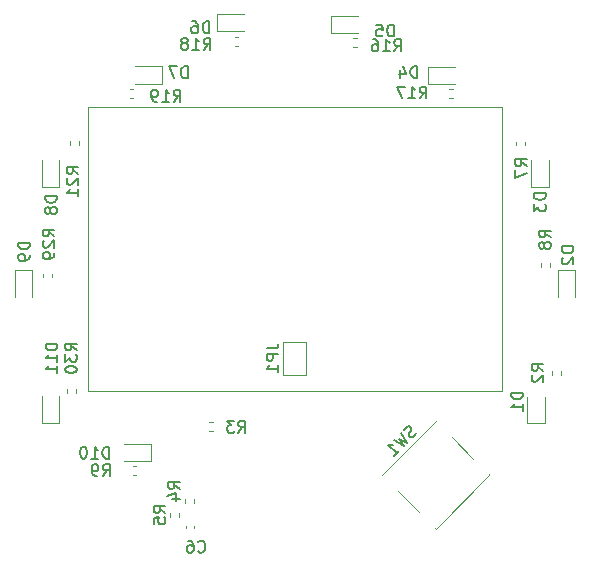
<source format=gbr>
%TF.GenerationSoftware,KiCad,Pcbnew,(5.1.10)-1*%
%TF.CreationDate,2021-10-31T13:05:10-04:00*%
%TF.ProjectId,CAN_Gauge,43414e5f-4761-4756-9765-2e6b69636164,rev?*%
%TF.SameCoordinates,Original*%
%TF.FileFunction,Legend,Bot*%
%TF.FilePolarity,Positive*%
%FSLAX46Y46*%
G04 Gerber Fmt 4.6, Leading zero omitted, Abs format (unit mm)*
G04 Created by KiCad (PCBNEW (5.1.10)-1) date 2021-10-31 13:05:10*
%MOMM*%
%LPD*%
G01*
G04 APERTURE LIST*
%ADD10C,0.120000*%
%ADD11C,0.150000*%
G04 APERTURE END LIST*
D10*
%TO.C,SW1*%
X140623290Y-110441600D02*
X140644503Y-110462813D01*
X145191200Y-115009510D02*
X145169987Y-114988297D01*
X149759110Y-110441600D02*
X149737897Y-110420387D01*
X145212413Y-105894903D02*
X145191200Y-105873690D01*
X141988006Y-111806316D02*
X143826484Y-113644794D01*
X145191200Y-105873690D02*
X140623290Y-110441600D01*
X146555916Y-107238406D02*
X148394394Y-109076884D01*
X149759110Y-110441600D02*
X145191200Y-115009510D01*
%TO.C,U4*%
X115804000Y-103323000D02*
X150804000Y-103323000D01*
X115804000Y-79323000D02*
X150804000Y-79323000D01*
X115804000Y-79323000D02*
X115804000Y-103323000D01*
X150804000Y-79323000D02*
X150804000Y-103323000D01*
%TO.C,JP1*%
X134240500Y-99176000D02*
X132240500Y-99176000D01*
X134240500Y-101976000D02*
X134240500Y-99176000D01*
X132240500Y-101976000D02*
X134240500Y-101976000D01*
X132240500Y-99176000D02*
X132240500Y-101976000D01*
%TO.C,R5*%
X122700500Y-113986141D02*
X122700500Y-113678859D01*
X123460500Y-113986141D02*
X123460500Y-113678859D01*
%TO.C,C6*%
X124774000Y-114776164D02*
X124774000Y-114991836D01*
X124054000Y-114776164D02*
X124054000Y-114991836D01*
%TO.C,R30*%
X114761000Y-103508641D02*
X114761000Y-103201359D01*
X114001000Y-103508641D02*
X114001000Y-103201359D01*
%TO.C,D11*%
X113314229Y-103766158D02*
X113314229Y-106051158D01*
X113314229Y-106051158D02*
X111844229Y-106051158D01*
X111844229Y-106051158D02*
X111844229Y-103766158D01*
%TO.C,R29*%
X112729000Y-93729641D02*
X112729000Y-93422359D01*
X111969000Y-93729641D02*
X111969000Y-93422359D01*
%TO.C,R21*%
X115040400Y-82502841D02*
X115040400Y-82195559D01*
X114280400Y-82502841D02*
X114280400Y-82195559D01*
%TO.C,D9*%
X109569000Y-95392000D02*
X109569000Y-93107000D01*
X109569000Y-93107000D02*
X111039000Y-93107000D01*
X111039000Y-93107000D02*
X111039000Y-95392000D01*
%TO.C,D8*%
X113314229Y-83817842D02*
X113314229Y-86102842D01*
X113314229Y-86102842D02*
X111844229Y-86102842D01*
X111844229Y-86102842D02*
X111844229Y-83817842D01*
%TO.C,D3*%
X154763771Y-83817842D02*
X154763771Y-86102842D01*
X154763771Y-86102842D02*
X153293771Y-86102842D01*
X153293771Y-86102842D02*
X153293771Y-83817842D01*
%TO.C,D1*%
X154422500Y-103825000D02*
X154422500Y-106110000D01*
X154422500Y-106110000D02*
X152952500Y-106110000D01*
X152952500Y-106110000D02*
X152952500Y-103825000D01*
%TO.C,D10*%
X118788000Y-107827000D02*
X121073000Y-107827000D01*
X121073000Y-107827000D02*
X121073000Y-109297000D01*
X121073000Y-109297000D02*
X118788000Y-109297000D01*
%TO.C,R19*%
X119307359Y-77829000D02*
X119614641Y-77829000D01*
X119307359Y-78589000D02*
X119614641Y-78589000D01*
%TO.C,D7*%
X122025500Y-77352030D02*
X119740500Y-77352030D01*
X122025500Y-75882030D02*
X122025500Y-77352030D01*
X119740500Y-75882030D02*
X122025500Y-75882030D01*
%TO.C,R18*%
X128506641Y-73384000D02*
X128199359Y-73384000D01*
X128506641Y-74144000D02*
X128199359Y-74144000D01*
%TO.C,R17*%
X146663641Y-78589000D02*
X146356359Y-78589000D01*
X146663641Y-77829000D02*
X146356359Y-77829000D01*
%TO.C,R16*%
X138537641Y-74271000D02*
X138230359Y-74271000D01*
X138537641Y-73511000D02*
X138230359Y-73511000D01*
%TO.C,D6*%
X128969248Y-72907493D02*
X126684248Y-72907493D01*
X126684248Y-72907493D02*
X126684248Y-71437493D01*
X126684248Y-71437493D02*
X128969248Y-71437493D01*
%TO.C,D4*%
X144582500Y-75886500D02*
X146867500Y-75886500D01*
X144582500Y-77356500D02*
X144582500Y-75886500D01*
X146867500Y-77356500D02*
X144582500Y-77356500D01*
%TO.C,D5*%
X136327500Y-71568500D02*
X138612500Y-71568500D01*
X136327500Y-73038500D02*
X136327500Y-71568500D01*
X138612500Y-73038500D02*
X136327500Y-73038500D01*
%TO.C,R4*%
X124730500Y-112537859D02*
X124730500Y-112845141D01*
X123970500Y-112537859D02*
X123970500Y-112845141D01*
%TO.C,R9*%
X119868641Y-109706000D02*
X119561359Y-109706000D01*
X119868641Y-110466000D02*
X119561359Y-110466000D01*
%TO.C,R8*%
X154893000Y-92840641D02*
X154893000Y-92533359D01*
X154133000Y-92840641D02*
X154133000Y-92533359D01*
%TO.C,R7*%
X152797500Y-82553641D02*
X152797500Y-82246359D01*
X152037500Y-82553641D02*
X152037500Y-82246359D01*
%TO.C,R3*%
X126345641Y-105997600D02*
X126038359Y-105997600D01*
X126345641Y-106757600D02*
X126038359Y-106757600D01*
%TO.C,R2*%
X155782000Y-101984641D02*
X155782000Y-101677359D01*
X155022000Y-101984641D02*
X155022000Y-101677359D01*
%TO.C,D2*%
X155569000Y-95392000D02*
X155569000Y-93107000D01*
X155569000Y-93107000D02*
X157039000Y-93107000D01*
X157039000Y-93107000D02*
X157039000Y-95392000D01*
%TO.C,SW1*%
D11*
X143556436Y-106921218D02*
X143489093Y-107055905D01*
X143320734Y-107224264D01*
X143219719Y-107257936D01*
X143152375Y-107257936D01*
X143051360Y-107224264D01*
X142984017Y-107156921D01*
X142950345Y-107055905D01*
X142950345Y-106988562D01*
X142984017Y-106887547D01*
X143085032Y-106719188D01*
X143118704Y-106618173D01*
X143118704Y-106550829D01*
X143085032Y-106449814D01*
X143017688Y-106382470D01*
X142916673Y-106348799D01*
X142849330Y-106348799D01*
X142748314Y-106382470D01*
X142579956Y-106550829D01*
X142512612Y-106685516D01*
X142243238Y-106887547D02*
X142781986Y-107763012D01*
X142142223Y-107392623D01*
X142512612Y-108032386D01*
X141637147Y-107493638D01*
X141704490Y-108840508D02*
X142108551Y-108436447D01*
X141906521Y-108638478D02*
X141199414Y-107931371D01*
X141367773Y-107965043D01*
X141502460Y-107965043D01*
X141603475Y-107931371D01*
%TO.C,JP1*%
X130892880Y-99742666D02*
X131607166Y-99742666D01*
X131750023Y-99695047D01*
X131845261Y-99599809D01*
X131892880Y-99456952D01*
X131892880Y-99361714D01*
X131892880Y-100218857D02*
X130892880Y-100218857D01*
X130892880Y-100599809D01*
X130940500Y-100695047D01*
X130988119Y-100742666D01*
X131083357Y-100790285D01*
X131226214Y-100790285D01*
X131321452Y-100742666D01*
X131369071Y-100695047D01*
X131416690Y-100599809D01*
X131416690Y-100218857D01*
X131892880Y-101742666D02*
X131892880Y-101171238D01*
X131892880Y-101456952D02*
X130892880Y-101456952D01*
X131035738Y-101361714D01*
X131130976Y-101266476D01*
X131178595Y-101171238D01*
%TO.C,R5*%
X122326380Y-113678533D02*
X121850190Y-113345200D01*
X122326380Y-113107104D02*
X121326380Y-113107104D01*
X121326380Y-113488057D01*
X121374000Y-113583295D01*
X121421619Y-113630914D01*
X121516857Y-113678533D01*
X121659714Y-113678533D01*
X121754952Y-113630914D01*
X121802571Y-113583295D01*
X121850190Y-113488057D01*
X121850190Y-113107104D01*
X121326380Y-114583295D02*
X121326380Y-114107104D01*
X121802571Y-114059485D01*
X121754952Y-114107104D01*
X121707333Y-114202342D01*
X121707333Y-114440438D01*
X121754952Y-114535676D01*
X121802571Y-114583295D01*
X121897809Y-114630914D01*
X122135904Y-114630914D01*
X122231142Y-114583295D01*
X122278761Y-114535676D01*
X122326380Y-114440438D01*
X122326380Y-114202342D01*
X122278761Y-114107104D01*
X122231142Y-114059485D01*
%TO.C,C6*%
X125088666Y-116945542D02*
X125136285Y-116993161D01*
X125279142Y-117040780D01*
X125374380Y-117040780D01*
X125517238Y-116993161D01*
X125612476Y-116897923D01*
X125660095Y-116802685D01*
X125707714Y-116612209D01*
X125707714Y-116469352D01*
X125660095Y-116278876D01*
X125612476Y-116183638D01*
X125517238Y-116088400D01*
X125374380Y-116040780D01*
X125279142Y-116040780D01*
X125136285Y-116088400D01*
X125088666Y-116136019D01*
X124231523Y-116040780D02*
X124422000Y-116040780D01*
X124517238Y-116088400D01*
X124564857Y-116136019D01*
X124660095Y-116278876D01*
X124707714Y-116469352D01*
X124707714Y-116850304D01*
X124660095Y-116945542D01*
X124612476Y-116993161D01*
X124517238Y-117040780D01*
X124326761Y-117040780D01*
X124231523Y-116993161D01*
X124183904Y-116945542D01*
X124136285Y-116850304D01*
X124136285Y-116612209D01*
X124183904Y-116516971D01*
X124231523Y-116469352D01*
X124326761Y-116421733D01*
X124517238Y-116421733D01*
X124612476Y-116469352D01*
X124660095Y-116516971D01*
X124707714Y-116612209D01*
%TO.C,R30*%
X114833380Y-99918142D02*
X114357190Y-99584809D01*
X114833380Y-99346714D02*
X113833380Y-99346714D01*
X113833380Y-99727666D01*
X113881000Y-99822904D01*
X113928619Y-99870523D01*
X114023857Y-99918142D01*
X114166714Y-99918142D01*
X114261952Y-99870523D01*
X114309571Y-99822904D01*
X114357190Y-99727666D01*
X114357190Y-99346714D01*
X113833380Y-100251476D02*
X113833380Y-100870523D01*
X114214333Y-100537190D01*
X114214333Y-100680047D01*
X114261952Y-100775285D01*
X114309571Y-100822904D01*
X114404809Y-100870523D01*
X114642904Y-100870523D01*
X114738142Y-100822904D01*
X114785761Y-100775285D01*
X114833380Y-100680047D01*
X114833380Y-100394333D01*
X114785761Y-100299095D01*
X114738142Y-100251476D01*
X113833380Y-101489571D02*
X113833380Y-101584809D01*
X113881000Y-101680047D01*
X113928619Y-101727666D01*
X114023857Y-101775285D01*
X114214333Y-101822904D01*
X114452428Y-101822904D01*
X114642904Y-101775285D01*
X114738142Y-101727666D01*
X114785761Y-101680047D01*
X114833380Y-101584809D01*
X114833380Y-101489571D01*
X114785761Y-101394333D01*
X114738142Y-101346714D01*
X114642904Y-101299095D01*
X114452428Y-101251476D01*
X114214333Y-101251476D01*
X114023857Y-101299095D01*
X113928619Y-101346714D01*
X113881000Y-101394333D01*
X113833380Y-101489571D01*
%TO.C,D11*%
X113182380Y-99346714D02*
X112182380Y-99346714D01*
X112182380Y-99584809D01*
X112230000Y-99727666D01*
X112325238Y-99822904D01*
X112420476Y-99870523D01*
X112610952Y-99918142D01*
X112753809Y-99918142D01*
X112944285Y-99870523D01*
X113039523Y-99822904D01*
X113134761Y-99727666D01*
X113182380Y-99584809D01*
X113182380Y-99346714D01*
X113182380Y-100870523D02*
X113182380Y-100299095D01*
X113182380Y-100584809D02*
X112182380Y-100584809D01*
X112325238Y-100489571D01*
X112420476Y-100394333D01*
X112468095Y-100299095D01*
X113182380Y-101822904D02*
X113182380Y-101251476D01*
X113182380Y-101537190D02*
X112182380Y-101537190D01*
X112325238Y-101441952D01*
X112420476Y-101346714D01*
X112468095Y-101251476D01*
%TO.C,R29*%
X112928380Y-90266142D02*
X112452190Y-89932809D01*
X112928380Y-89694714D02*
X111928380Y-89694714D01*
X111928380Y-90075666D01*
X111976000Y-90170904D01*
X112023619Y-90218523D01*
X112118857Y-90266142D01*
X112261714Y-90266142D01*
X112356952Y-90218523D01*
X112404571Y-90170904D01*
X112452190Y-90075666D01*
X112452190Y-89694714D01*
X112023619Y-90647095D02*
X111976000Y-90694714D01*
X111928380Y-90789952D01*
X111928380Y-91028047D01*
X111976000Y-91123285D01*
X112023619Y-91170904D01*
X112118857Y-91218523D01*
X112214095Y-91218523D01*
X112356952Y-91170904D01*
X112928380Y-90599476D01*
X112928380Y-91218523D01*
X112928380Y-91694714D02*
X112928380Y-91885190D01*
X112880761Y-91980428D01*
X112833142Y-92028047D01*
X112690285Y-92123285D01*
X112499809Y-92170904D01*
X112118857Y-92170904D01*
X112023619Y-92123285D01*
X111976000Y-92075666D01*
X111928380Y-91980428D01*
X111928380Y-91789952D01*
X111976000Y-91694714D01*
X112023619Y-91647095D01*
X112118857Y-91599476D01*
X112356952Y-91599476D01*
X112452190Y-91647095D01*
X112499809Y-91694714D01*
X112547428Y-91789952D01*
X112547428Y-91980428D01*
X112499809Y-92075666D01*
X112452190Y-92123285D01*
X112356952Y-92170904D01*
%TO.C,R21*%
X114960380Y-84957542D02*
X114484190Y-84624209D01*
X114960380Y-84386114D02*
X113960380Y-84386114D01*
X113960380Y-84767066D01*
X114008000Y-84862304D01*
X114055619Y-84909923D01*
X114150857Y-84957542D01*
X114293714Y-84957542D01*
X114388952Y-84909923D01*
X114436571Y-84862304D01*
X114484190Y-84767066D01*
X114484190Y-84386114D01*
X114055619Y-85338495D02*
X114008000Y-85386114D01*
X113960380Y-85481352D01*
X113960380Y-85719447D01*
X114008000Y-85814685D01*
X114055619Y-85862304D01*
X114150857Y-85909923D01*
X114246095Y-85909923D01*
X114388952Y-85862304D01*
X114960380Y-85290876D01*
X114960380Y-85909923D01*
X114960380Y-86862304D02*
X114960380Y-86290876D01*
X114960380Y-86576590D02*
X113960380Y-86576590D01*
X114103238Y-86481352D01*
X114198476Y-86386114D01*
X114246095Y-86290876D01*
%TO.C,D9*%
X110845580Y-90805904D02*
X109845580Y-90805904D01*
X109845580Y-91044000D01*
X109893200Y-91186857D01*
X109988438Y-91282095D01*
X110083676Y-91329714D01*
X110274152Y-91377333D01*
X110417009Y-91377333D01*
X110607485Y-91329714D01*
X110702723Y-91282095D01*
X110797961Y-91186857D01*
X110845580Y-91044000D01*
X110845580Y-90805904D01*
X110845580Y-91853523D02*
X110845580Y-92044000D01*
X110797961Y-92139238D01*
X110750342Y-92186857D01*
X110607485Y-92282095D01*
X110417009Y-92329714D01*
X110036057Y-92329714D01*
X109940819Y-92282095D01*
X109893200Y-92234476D01*
X109845580Y-92139238D01*
X109845580Y-91948761D01*
X109893200Y-91853523D01*
X109940819Y-91805904D01*
X110036057Y-91758285D01*
X110274152Y-91758285D01*
X110369390Y-91805904D01*
X110417009Y-91853523D01*
X110464628Y-91948761D01*
X110464628Y-92139238D01*
X110417009Y-92234476D01*
X110369390Y-92282095D01*
X110274152Y-92329714D01*
%TO.C,D8*%
X113131580Y-86843504D02*
X112131580Y-86843504D01*
X112131580Y-87081600D01*
X112179200Y-87224457D01*
X112274438Y-87319695D01*
X112369676Y-87367314D01*
X112560152Y-87414933D01*
X112703009Y-87414933D01*
X112893485Y-87367314D01*
X112988723Y-87319695D01*
X113083961Y-87224457D01*
X113131580Y-87081600D01*
X113131580Y-86843504D01*
X112560152Y-87986361D02*
X112512533Y-87891123D01*
X112464914Y-87843504D01*
X112369676Y-87795885D01*
X112322057Y-87795885D01*
X112226819Y-87843504D01*
X112179200Y-87891123D01*
X112131580Y-87986361D01*
X112131580Y-88176838D01*
X112179200Y-88272076D01*
X112226819Y-88319695D01*
X112322057Y-88367314D01*
X112369676Y-88367314D01*
X112464914Y-88319695D01*
X112512533Y-88272076D01*
X112560152Y-88176838D01*
X112560152Y-87986361D01*
X112607771Y-87891123D01*
X112655390Y-87843504D01*
X112750628Y-87795885D01*
X112941104Y-87795885D01*
X113036342Y-87843504D01*
X113083961Y-87891123D01*
X113131580Y-87986361D01*
X113131580Y-88176838D01*
X113083961Y-88272076D01*
X113036342Y-88319695D01*
X112941104Y-88367314D01*
X112750628Y-88367314D01*
X112655390Y-88319695D01*
X112607771Y-88272076D01*
X112560152Y-88176838D01*
%TO.C,D3*%
X154520880Y-86614904D02*
X153520880Y-86614904D01*
X153520880Y-86853000D01*
X153568500Y-86995857D01*
X153663738Y-87091095D01*
X153758976Y-87138714D01*
X153949452Y-87186333D01*
X154092309Y-87186333D01*
X154282785Y-87138714D01*
X154378023Y-87091095D01*
X154473261Y-86995857D01*
X154520880Y-86853000D01*
X154520880Y-86614904D01*
X153520880Y-87519666D02*
X153520880Y-88138714D01*
X153901833Y-87805380D01*
X153901833Y-87948238D01*
X153949452Y-88043476D01*
X153997071Y-88091095D01*
X154092309Y-88138714D01*
X154330404Y-88138714D01*
X154425642Y-88091095D01*
X154473261Y-88043476D01*
X154520880Y-87948238D01*
X154520880Y-87662523D01*
X154473261Y-87567285D01*
X154425642Y-87519666D01*
%TO.C,D1*%
X152603180Y-103505904D02*
X151603180Y-103505904D01*
X151603180Y-103744000D01*
X151650800Y-103886857D01*
X151746038Y-103982095D01*
X151841276Y-104029714D01*
X152031752Y-104077333D01*
X152174609Y-104077333D01*
X152365085Y-104029714D01*
X152460323Y-103982095D01*
X152555561Y-103886857D01*
X152603180Y-103744000D01*
X152603180Y-103505904D01*
X152603180Y-105029714D02*
X152603180Y-104458285D01*
X152603180Y-104744000D02*
X151603180Y-104744000D01*
X151746038Y-104648761D01*
X151841276Y-104553523D01*
X151888895Y-104458285D01*
%TO.C,D10*%
X117563785Y-109077880D02*
X117563785Y-108077880D01*
X117325690Y-108077880D01*
X117182833Y-108125500D01*
X117087595Y-108220738D01*
X117039976Y-108315976D01*
X116992357Y-108506452D01*
X116992357Y-108649309D01*
X117039976Y-108839785D01*
X117087595Y-108935023D01*
X117182833Y-109030261D01*
X117325690Y-109077880D01*
X117563785Y-109077880D01*
X116039976Y-109077880D02*
X116611404Y-109077880D01*
X116325690Y-109077880D02*
X116325690Y-108077880D01*
X116420928Y-108220738D01*
X116516166Y-108315976D01*
X116611404Y-108363595D01*
X115420928Y-108077880D02*
X115325690Y-108077880D01*
X115230452Y-108125500D01*
X115182833Y-108173119D01*
X115135214Y-108268357D01*
X115087595Y-108458833D01*
X115087595Y-108696928D01*
X115135214Y-108887404D01*
X115182833Y-108982642D01*
X115230452Y-109030261D01*
X115325690Y-109077880D01*
X115420928Y-109077880D01*
X115516166Y-109030261D01*
X115563785Y-108982642D01*
X115611404Y-108887404D01*
X115659023Y-108696928D01*
X115659023Y-108458833D01*
X115611404Y-108268357D01*
X115563785Y-108173119D01*
X115516166Y-108125500D01*
X115420928Y-108077880D01*
%TO.C,R19*%
X123024857Y-78851880D02*
X123358190Y-78375690D01*
X123596285Y-78851880D02*
X123596285Y-77851880D01*
X123215333Y-77851880D01*
X123120095Y-77899500D01*
X123072476Y-77947119D01*
X123024857Y-78042357D01*
X123024857Y-78185214D01*
X123072476Y-78280452D01*
X123120095Y-78328071D01*
X123215333Y-78375690D01*
X123596285Y-78375690D01*
X122072476Y-78851880D02*
X122643904Y-78851880D01*
X122358190Y-78851880D02*
X122358190Y-77851880D01*
X122453428Y-77994738D01*
X122548666Y-78089976D01*
X122643904Y-78137595D01*
X121596285Y-78851880D02*
X121405809Y-78851880D01*
X121310571Y-78804261D01*
X121262952Y-78756642D01*
X121167714Y-78613785D01*
X121120095Y-78423309D01*
X121120095Y-78042357D01*
X121167714Y-77947119D01*
X121215333Y-77899500D01*
X121310571Y-77851880D01*
X121501047Y-77851880D01*
X121596285Y-77899500D01*
X121643904Y-77947119D01*
X121691523Y-78042357D01*
X121691523Y-78280452D01*
X121643904Y-78375690D01*
X121596285Y-78423309D01*
X121501047Y-78470928D01*
X121310571Y-78470928D01*
X121215333Y-78423309D01*
X121167714Y-78375690D01*
X121120095Y-78280452D01*
%TO.C,D7*%
X124199595Y-76883380D02*
X124199595Y-75883380D01*
X123961500Y-75883380D01*
X123818642Y-75931000D01*
X123723404Y-76026238D01*
X123675785Y-76121476D01*
X123628166Y-76311952D01*
X123628166Y-76454809D01*
X123675785Y-76645285D01*
X123723404Y-76740523D01*
X123818642Y-76835761D01*
X123961500Y-76883380D01*
X124199595Y-76883380D01*
X123294833Y-75883380D02*
X122628166Y-75883380D01*
X123056738Y-76883380D01*
%TO.C,R18*%
X125564857Y-74470380D02*
X125898190Y-73994190D01*
X126136285Y-74470380D02*
X126136285Y-73470380D01*
X125755333Y-73470380D01*
X125660095Y-73518000D01*
X125612476Y-73565619D01*
X125564857Y-73660857D01*
X125564857Y-73803714D01*
X125612476Y-73898952D01*
X125660095Y-73946571D01*
X125755333Y-73994190D01*
X126136285Y-73994190D01*
X124612476Y-74470380D02*
X125183904Y-74470380D01*
X124898190Y-74470380D02*
X124898190Y-73470380D01*
X124993428Y-73613238D01*
X125088666Y-73708476D01*
X125183904Y-73756095D01*
X124041047Y-73898952D02*
X124136285Y-73851333D01*
X124183904Y-73803714D01*
X124231523Y-73708476D01*
X124231523Y-73660857D01*
X124183904Y-73565619D01*
X124136285Y-73518000D01*
X124041047Y-73470380D01*
X123850571Y-73470380D01*
X123755333Y-73518000D01*
X123707714Y-73565619D01*
X123660095Y-73660857D01*
X123660095Y-73708476D01*
X123707714Y-73803714D01*
X123755333Y-73851333D01*
X123850571Y-73898952D01*
X124041047Y-73898952D01*
X124136285Y-73946571D01*
X124183904Y-73994190D01*
X124231523Y-74089428D01*
X124231523Y-74279904D01*
X124183904Y-74375142D01*
X124136285Y-74422761D01*
X124041047Y-74470380D01*
X123850571Y-74470380D01*
X123755333Y-74422761D01*
X123707714Y-74375142D01*
X123660095Y-74279904D01*
X123660095Y-74089428D01*
X123707714Y-73994190D01*
X123755333Y-73946571D01*
X123850571Y-73898952D01*
%TO.C,R17*%
X143852857Y-78585180D02*
X144186190Y-78108990D01*
X144424285Y-78585180D02*
X144424285Y-77585180D01*
X144043333Y-77585180D01*
X143948095Y-77632800D01*
X143900476Y-77680419D01*
X143852857Y-77775657D01*
X143852857Y-77918514D01*
X143900476Y-78013752D01*
X143948095Y-78061371D01*
X144043333Y-78108990D01*
X144424285Y-78108990D01*
X142900476Y-78585180D02*
X143471904Y-78585180D01*
X143186190Y-78585180D02*
X143186190Y-77585180D01*
X143281428Y-77728038D01*
X143376666Y-77823276D01*
X143471904Y-77870895D01*
X142567142Y-77585180D02*
X141900476Y-77585180D01*
X142329047Y-78585180D01*
%TO.C,R16*%
X141693857Y-74597380D02*
X142027190Y-74121190D01*
X142265285Y-74597380D02*
X142265285Y-73597380D01*
X141884333Y-73597380D01*
X141789095Y-73645000D01*
X141741476Y-73692619D01*
X141693857Y-73787857D01*
X141693857Y-73930714D01*
X141741476Y-74025952D01*
X141789095Y-74073571D01*
X141884333Y-74121190D01*
X142265285Y-74121190D01*
X140741476Y-74597380D02*
X141312904Y-74597380D01*
X141027190Y-74597380D02*
X141027190Y-73597380D01*
X141122428Y-73740238D01*
X141217666Y-73835476D01*
X141312904Y-73883095D01*
X139884333Y-73597380D02*
X140074809Y-73597380D01*
X140170047Y-73645000D01*
X140217666Y-73692619D01*
X140312904Y-73835476D01*
X140360523Y-74025952D01*
X140360523Y-74406904D01*
X140312904Y-74502142D01*
X140265285Y-74549761D01*
X140170047Y-74597380D01*
X139979571Y-74597380D01*
X139884333Y-74549761D01*
X139836714Y-74502142D01*
X139789095Y-74406904D01*
X139789095Y-74168809D01*
X139836714Y-74073571D01*
X139884333Y-74025952D01*
X139979571Y-73978333D01*
X140170047Y-73978333D01*
X140265285Y-74025952D01*
X140312904Y-74073571D01*
X140360523Y-74168809D01*
%TO.C,D6*%
X126041095Y-73073380D02*
X126041095Y-72073380D01*
X125803000Y-72073380D01*
X125660142Y-72121000D01*
X125564904Y-72216238D01*
X125517285Y-72311476D01*
X125469666Y-72501952D01*
X125469666Y-72644809D01*
X125517285Y-72835285D01*
X125564904Y-72930523D01*
X125660142Y-73025761D01*
X125803000Y-73073380D01*
X126041095Y-73073380D01*
X124612523Y-72073380D02*
X124803000Y-72073380D01*
X124898238Y-72121000D01*
X124945857Y-72168619D01*
X125041095Y-72311476D01*
X125088714Y-72501952D01*
X125088714Y-72882904D01*
X125041095Y-72978142D01*
X124993476Y-73025761D01*
X124898238Y-73073380D01*
X124707761Y-73073380D01*
X124612523Y-73025761D01*
X124564904Y-72978142D01*
X124517285Y-72882904D01*
X124517285Y-72644809D01*
X124564904Y-72549571D01*
X124612523Y-72501952D01*
X124707761Y-72454333D01*
X124898238Y-72454333D01*
X124993476Y-72501952D01*
X125041095Y-72549571D01*
X125088714Y-72644809D01*
%TO.C,D4*%
X143643295Y-76857980D02*
X143643295Y-75857980D01*
X143405200Y-75857980D01*
X143262342Y-75905600D01*
X143167104Y-76000838D01*
X143119485Y-76096076D01*
X143071866Y-76286552D01*
X143071866Y-76429409D01*
X143119485Y-76619885D01*
X143167104Y-76715123D01*
X143262342Y-76810361D01*
X143405200Y-76857980D01*
X143643295Y-76857980D01*
X142214723Y-76191314D02*
X142214723Y-76857980D01*
X142452819Y-75810361D02*
X142690914Y-76524647D01*
X142071866Y-76524647D01*
%TO.C,D5*%
X141670843Y-73331387D02*
X141670843Y-72331387D01*
X141432748Y-72331387D01*
X141289890Y-72379007D01*
X141194652Y-72474245D01*
X141147033Y-72569483D01*
X141099414Y-72759959D01*
X141099414Y-72902816D01*
X141147033Y-73093292D01*
X141194652Y-73188530D01*
X141289890Y-73283768D01*
X141432748Y-73331387D01*
X141670843Y-73331387D01*
X140194652Y-72331387D02*
X140670843Y-72331387D01*
X140718462Y-72807578D01*
X140670843Y-72759959D01*
X140575605Y-72712340D01*
X140337509Y-72712340D01*
X140242271Y-72759959D01*
X140194652Y-72807578D01*
X140147033Y-72902816D01*
X140147033Y-73140911D01*
X140194652Y-73236149D01*
X140242271Y-73283768D01*
X140337509Y-73331387D01*
X140575605Y-73331387D01*
X140670843Y-73283768D01*
X140718462Y-73236149D01*
%TO.C,R4*%
X123545580Y-111646533D02*
X123069390Y-111313200D01*
X123545580Y-111075104D02*
X122545580Y-111075104D01*
X122545580Y-111456057D01*
X122593200Y-111551295D01*
X122640819Y-111598914D01*
X122736057Y-111646533D01*
X122878914Y-111646533D01*
X122974152Y-111598914D01*
X123021771Y-111551295D01*
X123069390Y-111456057D01*
X123069390Y-111075104D01*
X122878914Y-112503676D02*
X123545580Y-112503676D01*
X122497961Y-112265580D02*
X123212247Y-112027485D01*
X123212247Y-112646533D01*
%TO.C,R9*%
X117024166Y-110538380D02*
X117357500Y-110062190D01*
X117595595Y-110538380D02*
X117595595Y-109538380D01*
X117214642Y-109538380D01*
X117119404Y-109586000D01*
X117071785Y-109633619D01*
X117024166Y-109728857D01*
X117024166Y-109871714D01*
X117071785Y-109966952D01*
X117119404Y-110014571D01*
X117214642Y-110062190D01*
X117595595Y-110062190D01*
X116547976Y-110538380D02*
X116357500Y-110538380D01*
X116262261Y-110490761D01*
X116214642Y-110443142D01*
X116119404Y-110300285D01*
X116071785Y-110109809D01*
X116071785Y-109728857D01*
X116119404Y-109633619D01*
X116167023Y-109586000D01*
X116262261Y-109538380D01*
X116452738Y-109538380D01*
X116547976Y-109586000D01*
X116595595Y-109633619D01*
X116643214Y-109728857D01*
X116643214Y-109966952D01*
X116595595Y-110062190D01*
X116547976Y-110109809D01*
X116452738Y-110157428D01*
X116262261Y-110157428D01*
X116167023Y-110109809D01*
X116119404Y-110062190D01*
X116071785Y-109966952D01*
%TO.C,R8*%
X154965380Y-90361333D02*
X154489190Y-90028000D01*
X154965380Y-89789904D02*
X153965380Y-89789904D01*
X153965380Y-90170857D01*
X154013000Y-90266095D01*
X154060619Y-90313714D01*
X154155857Y-90361333D01*
X154298714Y-90361333D01*
X154393952Y-90313714D01*
X154441571Y-90266095D01*
X154489190Y-90170857D01*
X154489190Y-89789904D01*
X154393952Y-90932761D02*
X154346333Y-90837523D01*
X154298714Y-90789904D01*
X154203476Y-90742285D01*
X154155857Y-90742285D01*
X154060619Y-90789904D01*
X154013000Y-90837523D01*
X153965380Y-90932761D01*
X153965380Y-91123238D01*
X154013000Y-91218476D01*
X154060619Y-91266095D01*
X154155857Y-91313714D01*
X154203476Y-91313714D01*
X154298714Y-91266095D01*
X154346333Y-91218476D01*
X154393952Y-91123238D01*
X154393952Y-90932761D01*
X154441571Y-90837523D01*
X154489190Y-90789904D01*
X154584428Y-90742285D01*
X154774904Y-90742285D01*
X154870142Y-90789904D01*
X154917761Y-90837523D01*
X154965380Y-90932761D01*
X154965380Y-91123238D01*
X154917761Y-91218476D01*
X154870142Y-91266095D01*
X154774904Y-91313714D01*
X154584428Y-91313714D01*
X154489190Y-91266095D01*
X154441571Y-91218476D01*
X154393952Y-91123238D01*
%TO.C,R7*%
X152933380Y-84328833D02*
X152457190Y-83995500D01*
X152933380Y-83757404D02*
X151933380Y-83757404D01*
X151933380Y-84138357D01*
X151981000Y-84233595D01*
X152028619Y-84281214D01*
X152123857Y-84328833D01*
X152266714Y-84328833D01*
X152361952Y-84281214D01*
X152409571Y-84233595D01*
X152457190Y-84138357D01*
X152457190Y-83757404D01*
X151933380Y-84662166D02*
X151933380Y-85328833D01*
X152933380Y-84900261D01*
%TO.C,R3*%
X128492266Y-106880780D02*
X128825600Y-106404590D01*
X129063695Y-106880780D02*
X129063695Y-105880780D01*
X128682742Y-105880780D01*
X128587504Y-105928400D01*
X128539885Y-105976019D01*
X128492266Y-106071257D01*
X128492266Y-106214114D01*
X128539885Y-106309352D01*
X128587504Y-106356971D01*
X128682742Y-106404590D01*
X129063695Y-106404590D01*
X128158933Y-105880780D02*
X127539885Y-105880780D01*
X127873219Y-106261733D01*
X127730361Y-106261733D01*
X127635123Y-106309352D01*
X127587504Y-106356971D01*
X127539885Y-106452209D01*
X127539885Y-106690304D01*
X127587504Y-106785542D01*
X127635123Y-106833161D01*
X127730361Y-106880780D01*
X128016076Y-106880780D01*
X128111314Y-106833161D01*
X128158933Y-106785542D01*
%TO.C,R2*%
X154330380Y-101638933D02*
X153854190Y-101305600D01*
X154330380Y-101067504D02*
X153330380Y-101067504D01*
X153330380Y-101448457D01*
X153378000Y-101543695D01*
X153425619Y-101591314D01*
X153520857Y-101638933D01*
X153663714Y-101638933D01*
X153758952Y-101591314D01*
X153806571Y-101543695D01*
X153854190Y-101448457D01*
X153854190Y-101067504D01*
X153425619Y-102019885D02*
X153378000Y-102067504D01*
X153330380Y-102162742D01*
X153330380Y-102400838D01*
X153378000Y-102496076D01*
X153425619Y-102543695D01*
X153520857Y-102591314D01*
X153616095Y-102591314D01*
X153758952Y-102543695D01*
X154330380Y-101972266D01*
X154330380Y-102591314D01*
%TO.C,D2*%
X156870380Y-91110704D02*
X155870380Y-91110704D01*
X155870380Y-91348800D01*
X155918000Y-91491657D01*
X156013238Y-91586895D01*
X156108476Y-91634514D01*
X156298952Y-91682133D01*
X156441809Y-91682133D01*
X156632285Y-91634514D01*
X156727523Y-91586895D01*
X156822761Y-91491657D01*
X156870380Y-91348800D01*
X156870380Y-91110704D01*
X155965619Y-92063085D02*
X155918000Y-92110704D01*
X155870380Y-92205942D01*
X155870380Y-92444038D01*
X155918000Y-92539276D01*
X155965619Y-92586895D01*
X156060857Y-92634514D01*
X156156095Y-92634514D01*
X156298952Y-92586895D01*
X156870380Y-92015466D01*
X156870380Y-92634514D01*
%TD*%
M02*

</source>
